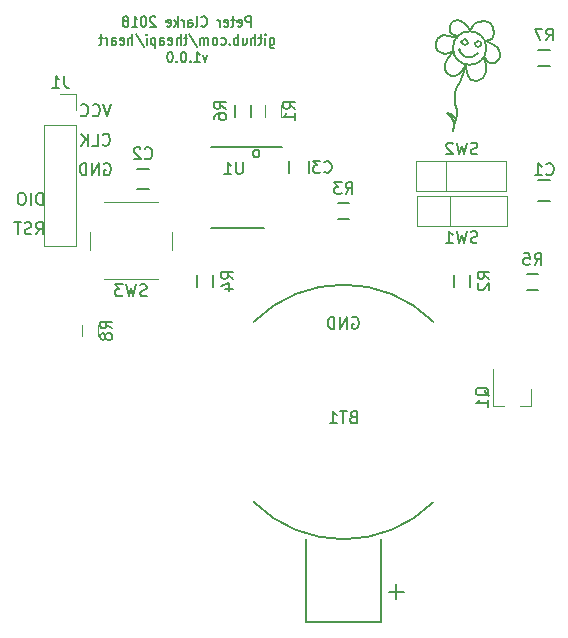
<source format=gbo>
G04 #@! TF.FileFunction,Legend,Bot*
%FSLAX46Y46*%
G04 Gerber Fmt 4.6, Leading zero omitted, Abs format (unit mm)*
G04 Created by KiCad (PCBNEW 4.0.7-e2-6376~58~ubuntu16.04.1) date Sat Mar 24 16:20:03 2018*
%MOMM*%
%LPD*%
G01*
G04 APERTURE LIST*
%ADD10C,0.100000*%
%ADD11C,0.150000*%
%ADD12C,0.120000*%
G04 APERTURE END LIST*
D10*
D11*
X130738095Y-114000000D02*
X130833333Y-113952381D01*
X130976190Y-113952381D01*
X131119048Y-114000000D01*
X131214286Y-114095238D01*
X131261905Y-114190476D01*
X131309524Y-114380952D01*
X131309524Y-114523810D01*
X131261905Y-114714286D01*
X131214286Y-114809524D01*
X131119048Y-114904762D01*
X130976190Y-114952381D01*
X130880952Y-114952381D01*
X130738095Y-114904762D01*
X130690476Y-114857143D01*
X130690476Y-114523810D01*
X130880952Y-114523810D01*
X130261905Y-114952381D02*
X130261905Y-113952381D01*
X129690476Y-114952381D01*
X129690476Y-113952381D01*
X129214286Y-114952381D02*
X129214286Y-113952381D01*
X128976191Y-113952381D01*
X128833333Y-114000000D01*
X128738095Y-114095238D01*
X128690476Y-114190476D01*
X128642857Y-114380952D01*
X128642857Y-114523810D01*
X128690476Y-114714286D01*
X128738095Y-114809524D01*
X128833333Y-114904762D01*
X128976191Y-114952381D01*
X129214286Y-114952381D01*
X122140477Y-89407143D02*
X122140477Y-88507143D01*
X121835715Y-88507143D01*
X121759524Y-88550000D01*
X121721429Y-88592857D01*
X121683334Y-88678571D01*
X121683334Y-88807143D01*
X121721429Y-88892857D01*
X121759524Y-88935714D01*
X121835715Y-88978571D01*
X122140477Y-88978571D01*
X121035715Y-89364286D02*
X121111905Y-89407143D01*
X121264286Y-89407143D01*
X121340477Y-89364286D01*
X121378572Y-89278571D01*
X121378572Y-88935714D01*
X121340477Y-88850000D01*
X121264286Y-88807143D01*
X121111905Y-88807143D01*
X121035715Y-88850000D01*
X120997620Y-88935714D01*
X120997620Y-89021429D01*
X121378572Y-89107143D01*
X120769049Y-88807143D02*
X120464287Y-88807143D01*
X120654763Y-88507143D02*
X120654763Y-89278571D01*
X120616668Y-89364286D01*
X120540477Y-89407143D01*
X120464287Y-89407143D01*
X119892858Y-89364286D02*
X119969048Y-89407143D01*
X120121429Y-89407143D01*
X120197620Y-89364286D01*
X120235715Y-89278571D01*
X120235715Y-88935714D01*
X120197620Y-88850000D01*
X120121429Y-88807143D01*
X119969048Y-88807143D01*
X119892858Y-88850000D01*
X119854763Y-88935714D01*
X119854763Y-89021429D01*
X120235715Y-89107143D01*
X119511906Y-89407143D02*
X119511906Y-88807143D01*
X119511906Y-88978571D02*
X119473811Y-88892857D01*
X119435715Y-88850000D01*
X119359525Y-88807143D01*
X119283334Y-88807143D01*
X117950001Y-89321429D02*
X117988096Y-89364286D01*
X118102382Y-89407143D01*
X118178572Y-89407143D01*
X118292858Y-89364286D01*
X118369049Y-89278571D01*
X118407144Y-89192857D01*
X118445239Y-89021429D01*
X118445239Y-88892857D01*
X118407144Y-88721429D01*
X118369049Y-88635714D01*
X118292858Y-88550000D01*
X118178572Y-88507143D01*
X118102382Y-88507143D01*
X117988096Y-88550000D01*
X117950001Y-88592857D01*
X117492858Y-89407143D02*
X117569049Y-89364286D01*
X117607144Y-89278571D01*
X117607144Y-88507143D01*
X116845239Y-89407143D02*
X116845239Y-88935714D01*
X116883334Y-88850000D01*
X116959524Y-88807143D01*
X117111905Y-88807143D01*
X117188096Y-88850000D01*
X116845239Y-89364286D02*
X116921429Y-89407143D01*
X117111905Y-89407143D01*
X117188096Y-89364286D01*
X117226191Y-89278571D01*
X117226191Y-89192857D01*
X117188096Y-89107143D01*
X117111905Y-89064286D01*
X116921429Y-89064286D01*
X116845239Y-89021429D01*
X116464286Y-89407143D02*
X116464286Y-88807143D01*
X116464286Y-88978571D02*
X116426191Y-88892857D01*
X116388095Y-88850000D01*
X116311905Y-88807143D01*
X116235714Y-88807143D01*
X115969048Y-89407143D02*
X115969048Y-88507143D01*
X115892857Y-89064286D02*
X115664286Y-89407143D01*
X115664286Y-88807143D02*
X115969048Y-89150000D01*
X115016667Y-89364286D02*
X115092857Y-89407143D01*
X115245238Y-89407143D01*
X115321429Y-89364286D01*
X115359524Y-89278571D01*
X115359524Y-88935714D01*
X115321429Y-88850000D01*
X115245238Y-88807143D01*
X115092857Y-88807143D01*
X115016667Y-88850000D01*
X114978572Y-88935714D01*
X114978572Y-89021429D01*
X115359524Y-89107143D01*
X114064286Y-88592857D02*
X114026191Y-88550000D01*
X113950000Y-88507143D01*
X113759524Y-88507143D01*
X113683334Y-88550000D01*
X113645238Y-88592857D01*
X113607143Y-88678571D01*
X113607143Y-88764286D01*
X113645238Y-88892857D01*
X114102381Y-89407143D01*
X113607143Y-89407143D01*
X113111905Y-88507143D02*
X113035714Y-88507143D01*
X112959524Y-88550000D01*
X112921429Y-88592857D01*
X112883333Y-88678571D01*
X112845238Y-88850000D01*
X112845238Y-89064286D01*
X112883333Y-89235714D01*
X112921429Y-89321429D01*
X112959524Y-89364286D01*
X113035714Y-89407143D01*
X113111905Y-89407143D01*
X113188095Y-89364286D01*
X113226191Y-89321429D01*
X113264286Y-89235714D01*
X113302381Y-89064286D01*
X113302381Y-88850000D01*
X113264286Y-88678571D01*
X113226191Y-88592857D01*
X113188095Y-88550000D01*
X113111905Y-88507143D01*
X112083333Y-89407143D02*
X112540476Y-89407143D01*
X112311905Y-89407143D02*
X112311905Y-88507143D01*
X112388095Y-88635714D01*
X112464286Y-88721429D01*
X112540476Y-88764286D01*
X111626190Y-88892857D02*
X111702381Y-88850000D01*
X111740476Y-88807143D01*
X111778571Y-88721429D01*
X111778571Y-88678571D01*
X111740476Y-88592857D01*
X111702381Y-88550000D01*
X111626190Y-88507143D01*
X111473809Y-88507143D01*
X111397619Y-88550000D01*
X111359523Y-88592857D01*
X111321428Y-88678571D01*
X111321428Y-88721429D01*
X111359523Y-88807143D01*
X111397619Y-88850000D01*
X111473809Y-88892857D01*
X111626190Y-88892857D01*
X111702381Y-88935714D01*
X111740476Y-88978571D01*
X111778571Y-89064286D01*
X111778571Y-89235714D01*
X111740476Y-89321429D01*
X111702381Y-89364286D01*
X111626190Y-89407143D01*
X111473809Y-89407143D01*
X111397619Y-89364286D01*
X111359523Y-89321429D01*
X111321428Y-89235714D01*
X111321428Y-89064286D01*
X111359523Y-88978571D01*
X111397619Y-88935714D01*
X111473809Y-88892857D01*
X123740478Y-90307143D02*
X123740478Y-91035714D01*
X123778573Y-91121429D01*
X123816668Y-91164286D01*
X123892859Y-91207143D01*
X124007144Y-91207143D01*
X124083335Y-91164286D01*
X123740478Y-90864286D02*
X123816668Y-90907143D01*
X123969049Y-90907143D01*
X124045240Y-90864286D01*
X124083335Y-90821429D01*
X124121430Y-90735714D01*
X124121430Y-90478571D01*
X124083335Y-90392857D01*
X124045240Y-90350000D01*
X123969049Y-90307143D01*
X123816668Y-90307143D01*
X123740478Y-90350000D01*
X123359525Y-90907143D02*
X123359525Y-90307143D01*
X123359525Y-90007143D02*
X123397620Y-90050000D01*
X123359525Y-90092857D01*
X123321430Y-90050000D01*
X123359525Y-90007143D01*
X123359525Y-90092857D01*
X123092859Y-90307143D02*
X122788097Y-90307143D01*
X122978573Y-90007143D02*
X122978573Y-90778571D01*
X122940478Y-90864286D01*
X122864287Y-90907143D01*
X122788097Y-90907143D01*
X122521430Y-90907143D02*
X122521430Y-90007143D01*
X122178573Y-90907143D02*
X122178573Y-90435714D01*
X122216668Y-90350000D01*
X122292858Y-90307143D01*
X122407144Y-90307143D01*
X122483335Y-90350000D01*
X122521430Y-90392857D01*
X121454763Y-90307143D02*
X121454763Y-90907143D01*
X121797620Y-90307143D02*
X121797620Y-90778571D01*
X121759525Y-90864286D01*
X121683334Y-90907143D01*
X121569048Y-90907143D01*
X121492858Y-90864286D01*
X121454763Y-90821429D01*
X121073810Y-90907143D02*
X121073810Y-90007143D01*
X121073810Y-90350000D02*
X120997619Y-90307143D01*
X120845238Y-90307143D01*
X120769048Y-90350000D01*
X120730953Y-90392857D01*
X120692857Y-90478571D01*
X120692857Y-90735714D01*
X120730953Y-90821429D01*
X120769048Y-90864286D01*
X120845238Y-90907143D01*
X120997619Y-90907143D01*
X121073810Y-90864286D01*
X120350000Y-90821429D02*
X120311905Y-90864286D01*
X120350000Y-90907143D01*
X120388095Y-90864286D01*
X120350000Y-90821429D01*
X120350000Y-90907143D01*
X119626191Y-90864286D02*
X119702381Y-90907143D01*
X119854762Y-90907143D01*
X119930953Y-90864286D01*
X119969048Y-90821429D01*
X120007143Y-90735714D01*
X120007143Y-90478571D01*
X119969048Y-90392857D01*
X119930953Y-90350000D01*
X119854762Y-90307143D01*
X119702381Y-90307143D01*
X119626191Y-90350000D01*
X119169048Y-90907143D02*
X119245239Y-90864286D01*
X119283334Y-90821429D01*
X119321429Y-90735714D01*
X119321429Y-90478571D01*
X119283334Y-90392857D01*
X119245239Y-90350000D01*
X119169048Y-90307143D01*
X119054762Y-90307143D01*
X118978572Y-90350000D01*
X118940477Y-90392857D01*
X118902381Y-90478571D01*
X118902381Y-90735714D01*
X118940477Y-90821429D01*
X118978572Y-90864286D01*
X119054762Y-90907143D01*
X119169048Y-90907143D01*
X118559524Y-90907143D02*
X118559524Y-90307143D01*
X118559524Y-90392857D02*
X118521429Y-90350000D01*
X118445238Y-90307143D01*
X118330952Y-90307143D01*
X118254762Y-90350000D01*
X118216667Y-90435714D01*
X118216667Y-90907143D01*
X118216667Y-90435714D02*
X118178571Y-90350000D01*
X118102381Y-90307143D01*
X117988095Y-90307143D01*
X117911905Y-90350000D01*
X117873810Y-90435714D01*
X117873810Y-90907143D01*
X116921428Y-89964286D02*
X117607143Y-91121429D01*
X116769048Y-90307143D02*
X116464286Y-90307143D01*
X116654762Y-90007143D02*
X116654762Y-90778571D01*
X116616667Y-90864286D01*
X116540476Y-90907143D01*
X116464286Y-90907143D01*
X116197619Y-90907143D02*
X116197619Y-90007143D01*
X115854762Y-90907143D02*
X115854762Y-90435714D01*
X115892857Y-90350000D01*
X115969047Y-90307143D01*
X116083333Y-90307143D01*
X116159524Y-90350000D01*
X116197619Y-90392857D01*
X115169047Y-90864286D02*
X115245237Y-90907143D01*
X115397618Y-90907143D01*
X115473809Y-90864286D01*
X115511904Y-90778571D01*
X115511904Y-90435714D01*
X115473809Y-90350000D01*
X115397618Y-90307143D01*
X115245237Y-90307143D01*
X115169047Y-90350000D01*
X115130952Y-90435714D01*
X115130952Y-90521429D01*
X115511904Y-90607143D01*
X114445238Y-90907143D02*
X114445238Y-90435714D01*
X114483333Y-90350000D01*
X114559523Y-90307143D01*
X114711904Y-90307143D01*
X114788095Y-90350000D01*
X114445238Y-90864286D02*
X114521428Y-90907143D01*
X114711904Y-90907143D01*
X114788095Y-90864286D01*
X114826190Y-90778571D01*
X114826190Y-90692857D01*
X114788095Y-90607143D01*
X114711904Y-90564286D01*
X114521428Y-90564286D01*
X114445238Y-90521429D01*
X114064285Y-90307143D02*
X114064285Y-91207143D01*
X114064285Y-90350000D02*
X113988094Y-90307143D01*
X113835713Y-90307143D01*
X113759523Y-90350000D01*
X113721428Y-90392857D01*
X113683332Y-90478571D01*
X113683332Y-90735714D01*
X113721428Y-90821429D01*
X113759523Y-90864286D01*
X113835713Y-90907143D01*
X113988094Y-90907143D01*
X114064285Y-90864286D01*
X113340475Y-90907143D02*
X113340475Y-90307143D01*
X113340475Y-90007143D02*
X113378570Y-90050000D01*
X113340475Y-90092857D01*
X113302380Y-90050000D01*
X113340475Y-90007143D01*
X113340475Y-90092857D01*
X112388094Y-89964286D02*
X113073809Y-91121429D01*
X112121428Y-90907143D02*
X112121428Y-90007143D01*
X111778571Y-90907143D02*
X111778571Y-90435714D01*
X111816666Y-90350000D01*
X111892856Y-90307143D01*
X112007142Y-90307143D01*
X112083333Y-90350000D01*
X112121428Y-90392857D01*
X111092856Y-90864286D02*
X111169046Y-90907143D01*
X111321427Y-90907143D01*
X111397618Y-90864286D01*
X111435713Y-90778571D01*
X111435713Y-90435714D01*
X111397618Y-90350000D01*
X111321427Y-90307143D01*
X111169046Y-90307143D01*
X111092856Y-90350000D01*
X111054761Y-90435714D01*
X111054761Y-90521429D01*
X111435713Y-90607143D01*
X110369047Y-90907143D02*
X110369047Y-90435714D01*
X110407142Y-90350000D01*
X110483332Y-90307143D01*
X110635713Y-90307143D01*
X110711904Y-90350000D01*
X110369047Y-90864286D02*
X110445237Y-90907143D01*
X110635713Y-90907143D01*
X110711904Y-90864286D01*
X110749999Y-90778571D01*
X110749999Y-90692857D01*
X110711904Y-90607143D01*
X110635713Y-90564286D01*
X110445237Y-90564286D01*
X110369047Y-90521429D01*
X109988094Y-90907143D02*
X109988094Y-90307143D01*
X109988094Y-90478571D02*
X109949999Y-90392857D01*
X109911903Y-90350000D01*
X109835713Y-90307143D01*
X109759522Y-90307143D01*
X109607142Y-90307143D02*
X109302380Y-90307143D01*
X109492856Y-90007143D02*
X109492856Y-90778571D01*
X109454761Y-90864286D01*
X109378570Y-90907143D01*
X109302380Y-90907143D01*
X118464285Y-91807143D02*
X118273809Y-92407143D01*
X118083333Y-91807143D01*
X117359523Y-92407143D02*
X117816666Y-92407143D01*
X117588095Y-92407143D02*
X117588095Y-91507143D01*
X117664285Y-91635714D01*
X117740476Y-91721429D01*
X117816666Y-91764286D01*
X117016666Y-92321429D02*
X116978571Y-92364286D01*
X117016666Y-92407143D01*
X117054761Y-92364286D01*
X117016666Y-92321429D01*
X117016666Y-92407143D01*
X116483333Y-91507143D02*
X116407142Y-91507143D01*
X116330952Y-91550000D01*
X116292857Y-91592857D01*
X116254761Y-91678571D01*
X116216666Y-91850000D01*
X116216666Y-92064286D01*
X116254761Y-92235714D01*
X116292857Y-92321429D01*
X116330952Y-92364286D01*
X116407142Y-92407143D01*
X116483333Y-92407143D01*
X116559523Y-92364286D01*
X116597619Y-92321429D01*
X116635714Y-92235714D01*
X116673809Y-92064286D01*
X116673809Y-91850000D01*
X116635714Y-91678571D01*
X116597619Y-91592857D01*
X116559523Y-91550000D01*
X116483333Y-91507143D01*
X115873809Y-92321429D02*
X115835714Y-92364286D01*
X115873809Y-92407143D01*
X115911904Y-92364286D01*
X115873809Y-92321429D01*
X115873809Y-92407143D01*
X115340476Y-91507143D02*
X115264285Y-91507143D01*
X115188095Y-91550000D01*
X115150000Y-91592857D01*
X115111904Y-91678571D01*
X115073809Y-91850000D01*
X115073809Y-92064286D01*
X115111904Y-92235714D01*
X115150000Y-92321429D01*
X115188095Y-92364286D01*
X115264285Y-92407143D01*
X115340476Y-92407143D01*
X115416666Y-92364286D01*
X115454762Y-92321429D01*
X115492857Y-92235714D01*
X115530952Y-92064286D01*
X115530952Y-91850000D01*
X115492857Y-91678571D01*
X115454762Y-91592857D01*
X115416666Y-91550000D01*
X115340476Y-91507143D01*
X122671429Y-100452381D02*
X122766667Y-100404762D01*
X122814286Y-100357143D01*
X122861905Y-100261905D01*
X122861905Y-99976190D01*
X122814286Y-99880952D01*
X122766667Y-99833333D01*
X122671429Y-99785714D01*
X122528571Y-99785714D01*
X122433333Y-99833333D01*
X122385714Y-99880952D01*
X122338095Y-99976190D01*
X122338095Y-100261905D01*
X122385714Y-100357143D01*
X122433333Y-100404762D01*
X122528571Y-100452381D01*
X122671429Y-100452381D01*
X103940476Y-106952381D02*
X104273810Y-106476190D01*
X104511905Y-106952381D02*
X104511905Y-105952381D01*
X104130952Y-105952381D01*
X104035714Y-106000000D01*
X103988095Y-106047619D01*
X103940476Y-106142857D01*
X103940476Y-106285714D01*
X103988095Y-106380952D01*
X104035714Y-106428571D01*
X104130952Y-106476190D01*
X104511905Y-106476190D01*
X103559524Y-106904762D02*
X103416667Y-106952381D01*
X103178571Y-106952381D01*
X103083333Y-106904762D01*
X103035714Y-106857143D01*
X102988095Y-106761905D01*
X102988095Y-106666667D01*
X103035714Y-106571429D01*
X103083333Y-106523810D01*
X103178571Y-106476190D01*
X103369048Y-106428571D01*
X103464286Y-106380952D01*
X103511905Y-106333333D01*
X103559524Y-106238095D01*
X103559524Y-106142857D01*
X103511905Y-106047619D01*
X103464286Y-106000000D01*
X103369048Y-105952381D01*
X103130952Y-105952381D01*
X102988095Y-106000000D01*
X102702381Y-105952381D02*
X102130952Y-105952381D01*
X102416667Y-106952381D02*
X102416667Y-105952381D01*
X104511905Y-104452381D02*
X104511905Y-103452381D01*
X104273810Y-103452381D01*
X104130952Y-103500000D01*
X104035714Y-103595238D01*
X103988095Y-103690476D01*
X103940476Y-103880952D01*
X103940476Y-104023810D01*
X103988095Y-104214286D01*
X104035714Y-104309524D01*
X104130952Y-104404762D01*
X104273810Y-104452381D01*
X104511905Y-104452381D01*
X103511905Y-104452381D02*
X103511905Y-103452381D01*
X102845239Y-103452381D02*
X102654762Y-103452381D01*
X102559524Y-103500000D01*
X102464286Y-103595238D01*
X102416667Y-103785714D01*
X102416667Y-104119048D01*
X102464286Y-104309524D01*
X102559524Y-104404762D01*
X102654762Y-104452381D01*
X102845239Y-104452381D01*
X102940477Y-104404762D01*
X103035715Y-104309524D01*
X103083334Y-104119048D01*
X103083334Y-103785714D01*
X103035715Y-103595238D01*
X102940477Y-103500000D01*
X102845239Y-103452381D01*
X109738095Y-101000000D02*
X109833333Y-100952381D01*
X109976190Y-100952381D01*
X110119048Y-101000000D01*
X110214286Y-101095238D01*
X110261905Y-101190476D01*
X110309524Y-101380952D01*
X110309524Y-101523810D01*
X110261905Y-101714286D01*
X110214286Y-101809524D01*
X110119048Y-101904762D01*
X109976190Y-101952381D01*
X109880952Y-101952381D01*
X109738095Y-101904762D01*
X109690476Y-101857143D01*
X109690476Y-101523810D01*
X109880952Y-101523810D01*
X109261905Y-101952381D02*
X109261905Y-100952381D01*
X108690476Y-101952381D01*
X108690476Y-100952381D01*
X108214286Y-101952381D02*
X108214286Y-100952381D01*
X107976191Y-100952381D01*
X107833333Y-101000000D01*
X107738095Y-101095238D01*
X107690476Y-101190476D01*
X107642857Y-101380952D01*
X107642857Y-101523810D01*
X107690476Y-101714286D01*
X107738095Y-101809524D01*
X107833333Y-101904762D01*
X107976191Y-101952381D01*
X108214286Y-101952381D01*
X109595238Y-99357143D02*
X109642857Y-99404762D01*
X109785714Y-99452381D01*
X109880952Y-99452381D01*
X110023810Y-99404762D01*
X110119048Y-99309524D01*
X110166667Y-99214286D01*
X110214286Y-99023810D01*
X110214286Y-98880952D01*
X110166667Y-98690476D01*
X110119048Y-98595238D01*
X110023810Y-98500000D01*
X109880952Y-98452381D01*
X109785714Y-98452381D01*
X109642857Y-98500000D01*
X109595238Y-98547619D01*
X108690476Y-99452381D02*
X109166667Y-99452381D01*
X109166667Y-98452381D01*
X108357143Y-99452381D02*
X108357143Y-98452381D01*
X107785714Y-99452381D02*
X108214286Y-98880952D01*
X107785714Y-98452381D02*
X108357143Y-99023810D01*
X110333333Y-95952381D02*
X110000000Y-96952381D01*
X109666666Y-95952381D01*
X108761904Y-96857143D02*
X108809523Y-96904762D01*
X108952380Y-96952381D01*
X109047618Y-96952381D01*
X109190476Y-96904762D01*
X109285714Y-96809524D01*
X109333333Y-96714286D01*
X109380952Y-96523810D01*
X109380952Y-96380952D01*
X109333333Y-96190476D01*
X109285714Y-96095238D01*
X109190476Y-96000000D01*
X109047618Y-95952381D01*
X108952380Y-95952381D01*
X108809523Y-96000000D01*
X108761904Y-96047619D01*
X107761904Y-96857143D02*
X107809523Y-96904762D01*
X107952380Y-96952381D01*
X108047618Y-96952381D01*
X108190476Y-96904762D01*
X108285714Y-96809524D01*
X108333333Y-96714286D01*
X108380952Y-96523810D01*
X108380952Y-96380952D01*
X108333333Y-96190476D01*
X108285714Y-96095238D01*
X108190476Y-96000000D01*
X108047618Y-95952381D01*
X107952380Y-95952381D01*
X107809523Y-96000000D01*
X107761904Y-96047619D01*
X147500000Y-104100000D02*
X146500000Y-104100000D01*
X146500000Y-102400000D02*
X147500000Y-102400000D01*
X112500000Y-101400000D02*
X113500000Y-101400000D01*
X113500000Y-103100000D02*
X112500000Y-103100000D01*
X125400000Y-101750000D02*
X125400000Y-100750000D01*
X127100000Y-100750000D02*
X127100000Y-101750000D01*
X139325000Y-110400000D02*
X139325000Y-111400000D01*
X140675000Y-111400000D02*
X140675000Y-110400000D01*
X129500000Y-105675000D02*
X130500000Y-105675000D01*
X130500000Y-104325000D02*
X129500000Y-104325000D01*
X117625000Y-110400000D02*
X117625000Y-111400000D01*
X118975000Y-111400000D02*
X118975000Y-110400000D01*
X145500000Y-111675000D02*
X146500000Y-111675000D01*
X146500000Y-110325000D02*
X145500000Y-110325000D01*
X122175000Y-97000000D02*
X122175000Y-96000000D01*
X120825000Y-96000000D02*
X120825000Y-97000000D01*
X146500000Y-92675000D02*
X147500000Y-92675000D01*
X147500000Y-91325000D02*
X146500000Y-91325000D01*
X123225000Y-106450000D02*
X118775000Y-106450000D01*
X124750000Y-99550000D02*
X118775000Y-99550000D01*
X137620000Y-129620000D02*
G75*
G02X122380000Y-129620000I-7620000J7620000D01*
G01*
X122380000Y-114380000D02*
G75*
G02X137620000Y-114380000I7620000J-7620000D01*
G01*
X133810000Y-137240000D02*
X135080000Y-137240000D01*
X134445000Y-136605000D02*
X134445000Y-137875000D01*
X126825000Y-139145000D02*
X126825000Y-139780000D01*
X126825000Y-139780000D02*
X133175000Y-139780000D01*
X133175000Y-139780000D02*
X133175000Y-139145000D01*
X126825000Y-137875000D02*
X126825000Y-139145000D01*
X133175000Y-139145000D02*
X133175000Y-132795000D01*
X126825000Y-132795000D02*
X126825000Y-137875000D01*
D12*
X107820000Y-114600000D02*
X107820000Y-115600000D01*
X109180000Y-115600000D02*
X109180000Y-114600000D01*
X136190000Y-103730000D02*
X136190000Y-106270000D01*
X136190000Y-106270000D02*
X143810000Y-106270000D01*
X143810000Y-106270000D02*
X143810000Y-103730000D01*
X143810000Y-103730000D02*
X136190000Y-103730000D01*
X139000000Y-106250000D02*
X139000000Y-103710000D01*
X136150000Y-100730000D02*
X136150000Y-103270000D01*
X136150000Y-103270000D02*
X143770000Y-103270000D01*
X143770000Y-103270000D02*
X143770000Y-100730000D01*
X143770000Y-100730000D02*
X136150000Y-100730000D01*
X138690000Y-103270000D02*
X138690000Y-100730000D01*
X109750000Y-104250000D02*
X114250000Y-104250000D01*
X108500000Y-108250000D02*
X108500000Y-106750000D01*
X114250000Y-110750000D02*
X109750000Y-110750000D01*
X115500000Y-106750000D02*
X115500000Y-108250000D01*
X145830000Y-121510000D02*
X144900000Y-121510000D01*
X142670000Y-121510000D02*
X143600000Y-121510000D01*
X142670000Y-121510000D02*
X142670000Y-118350000D01*
X145830000Y-121510000D02*
X145830000Y-120050000D01*
D11*
X139380000Y-97530000D02*
X139240000Y-97260000D01*
X139240000Y-97260000D02*
X139120000Y-97070000D01*
X139120000Y-97070000D02*
X138950000Y-96880000D01*
X138950000Y-96880000D02*
X138770000Y-96710000D01*
X138770000Y-96710000D02*
X139090000Y-96750000D01*
X139090000Y-96750000D02*
X139210000Y-96880000D01*
X139210000Y-96880000D02*
X139410000Y-97120000D01*
X140300000Y-92990000D02*
X139850000Y-94050000D01*
X139850000Y-94050000D02*
X139570000Y-94500000D01*
X139570000Y-94500000D02*
X139410000Y-94950000D01*
X139410000Y-94950000D02*
X139410000Y-95390000D01*
X139410000Y-95390000D02*
X139410000Y-95900000D01*
X139410000Y-95900000D02*
X139570000Y-96460000D01*
X139570000Y-96460000D02*
X139570000Y-96850000D01*
X139570000Y-96850000D02*
X139350000Y-97800000D01*
X139350000Y-97800000D02*
X139240000Y-98240000D01*
X139240000Y-98240000D02*
X139290000Y-98240000D01*
X140290000Y-90460000D02*
X140440000Y-90580000D01*
X140440000Y-90580000D02*
X140530000Y-90770000D01*
X140530000Y-90770000D02*
X140430000Y-90870000D01*
X140430000Y-90870000D02*
X140270000Y-90930000D01*
X140270000Y-90930000D02*
X140090000Y-90890000D01*
X140090000Y-90890000D02*
X139970000Y-90720000D01*
X139970000Y-90720000D02*
X140000000Y-90600000D01*
X140000000Y-90600000D02*
X140090000Y-90490000D01*
X140090000Y-90490000D02*
X140270000Y-90450000D01*
X141510000Y-90580000D02*
X141630000Y-90800000D01*
X141630000Y-90800000D02*
X141650000Y-90950000D01*
X141650000Y-90950000D02*
X141550000Y-91040000D01*
X141550000Y-91040000D02*
X141400000Y-91120000D01*
X141400000Y-91120000D02*
X141250000Y-91020000D01*
X141250000Y-91020000D02*
X141130000Y-90870000D01*
X141130000Y-90870000D02*
X141110000Y-90770000D01*
X141110000Y-90770000D02*
X141220000Y-90690000D01*
X141220000Y-90690000D02*
X141480000Y-90630000D01*
X141360000Y-91620000D02*
X141020000Y-91890000D01*
X141020000Y-91890000D02*
X140870000Y-91960000D01*
X140870000Y-91960000D02*
X140680000Y-91960000D01*
X140680000Y-91960000D02*
X140530000Y-91960000D01*
X140530000Y-91960000D02*
X140370000Y-91960000D01*
X140370000Y-91960000D02*
X140220000Y-91890000D01*
X140220000Y-91890000D02*
X139990000Y-91700000D01*
X139990000Y-91700000D02*
X139880000Y-91500000D01*
X139880000Y-91500000D02*
X139760000Y-91280000D01*
X139760000Y-91280000D02*
X139840000Y-91350000D01*
X139230000Y-91540000D02*
X138810000Y-92040000D01*
X138810000Y-92040000D02*
X138580000Y-92570000D01*
X138580000Y-92570000D02*
X138580000Y-93030000D01*
X138580000Y-93030000D02*
X138770000Y-93300000D01*
X138770000Y-93300000D02*
X139120000Y-93560000D01*
X139120000Y-93560000D02*
X139460000Y-93560000D01*
X139460000Y-93560000D02*
X139760000Y-93410000D01*
X139760000Y-93410000D02*
X139950000Y-93220000D01*
X139950000Y-93220000D02*
X140180000Y-92840000D01*
X140180000Y-92840000D02*
X140340000Y-92610000D01*
X139570000Y-90320000D02*
X138930000Y-90130000D01*
X138930000Y-90130000D02*
X138430000Y-90100000D01*
X138430000Y-90100000D02*
X137900000Y-90440000D01*
X137900000Y-90440000D02*
X137820000Y-90860000D01*
X137820000Y-90860000D02*
X137820000Y-91160000D01*
X137820000Y-91160000D02*
X137970000Y-91470000D01*
X137970000Y-91470000D02*
X138320000Y-91580000D01*
X138320000Y-91580000D02*
X138620000Y-91660000D01*
X138620000Y-91660000D02*
X138960000Y-91620000D01*
X138960000Y-91620000D02*
X139190000Y-91540000D01*
X139190000Y-91540000D02*
X139350000Y-91470000D01*
X141900000Y-92040000D02*
X142050000Y-92610000D01*
X142050000Y-92610000D02*
X142090000Y-93180000D01*
X142090000Y-93180000D02*
X141820000Y-93710000D01*
X141820000Y-93710000D02*
X141330000Y-94020000D01*
X141330000Y-94020000D02*
X140750000Y-93910000D01*
X140750000Y-93910000D02*
X140530000Y-93560000D01*
X140530000Y-93560000D02*
X140410000Y-93220000D01*
X140410000Y-93220000D02*
X140340000Y-92880000D01*
X140340000Y-92880000D02*
X140340000Y-92610000D01*
X142050000Y-90590000D02*
X142580000Y-90820000D01*
X142580000Y-90820000D02*
X143000000Y-91090000D01*
X143000000Y-91090000D02*
X143160000Y-91390000D01*
X143160000Y-91390000D02*
X143230000Y-91660000D01*
X143230000Y-91660000D02*
X143230000Y-91920000D01*
X143230000Y-91920000D02*
X143160000Y-92150000D01*
X143160000Y-92150000D02*
X142810000Y-92460000D01*
X142810000Y-92460000D02*
X142430000Y-92460000D01*
X142430000Y-92460000D02*
X142240000Y-92340000D01*
X142240000Y-92340000D02*
X141970000Y-92040000D01*
X141970000Y-92040000D02*
X141900000Y-92040000D01*
X140680000Y-89790000D02*
X141020000Y-89180000D01*
X141020000Y-89180000D02*
X141360000Y-88990000D01*
X141360000Y-88990000D02*
X141940000Y-88910000D01*
X141940000Y-88910000D02*
X142360000Y-89070000D01*
X142360000Y-89070000D02*
X142660000Y-89370000D01*
X142660000Y-89370000D02*
X142770000Y-89980000D01*
X142770000Y-89980000D02*
X142580000Y-90400000D01*
X142580000Y-90400000D02*
X142320000Y-90550000D01*
X142320000Y-90550000D02*
X142090000Y-90590000D01*
X142090000Y-90590000D02*
X142010000Y-90590000D01*
X142010000Y-90590000D02*
X142010000Y-90630000D01*
X140680000Y-89750000D02*
X140530000Y-89370000D01*
X140530000Y-89370000D02*
X140300000Y-89180000D01*
X140300000Y-89180000D02*
X139950000Y-88880000D01*
X139950000Y-88880000D02*
X139570000Y-88840000D01*
X139570000Y-88840000D02*
X139190000Y-88990000D01*
X139190000Y-88990000D02*
X139040000Y-89290000D01*
X139040000Y-89290000D02*
X139000000Y-89640000D01*
X139000000Y-89640000D02*
X139040000Y-89830000D01*
X139040000Y-89830000D02*
X139190000Y-89980000D01*
X139190000Y-89980000D02*
X139380000Y-90060000D01*
X139380000Y-90060000D02*
X139610000Y-90170000D01*
X142084214Y-91190000D02*
G75*
G03X142084214Y-91190000I-1414214J0D01*
G01*
D12*
X107330000Y-107910000D02*
X104670000Y-107910000D01*
X107330000Y-97690000D02*
X107330000Y-107910000D01*
X104670000Y-97690000D02*
X104670000Y-107910000D01*
X107330000Y-97690000D02*
X104670000Y-97690000D01*
X107330000Y-96420000D02*
X107330000Y-95090000D01*
X107330000Y-95090000D02*
X106000000Y-95090000D01*
X123320000Y-96000000D02*
X123320000Y-97000000D01*
X124680000Y-97000000D02*
X124680000Y-96000000D01*
D11*
X147166666Y-101857143D02*
X147214285Y-101904762D01*
X147357142Y-101952381D01*
X147452380Y-101952381D01*
X147595238Y-101904762D01*
X147690476Y-101809524D01*
X147738095Y-101714286D01*
X147785714Y-101523810D01*
X147785714Y-101380952D01*
X147738095Y-101190476D01*
X147690476Y-101095238D01*
X147595238Y-101000000D01*
X147452380Y-100952381D01*
X147357142Y-100952381D01*
X147214285Y-101000000D01*
X147166666Y-101047619D01*
X146214285Y-101952381D02*
X146785714Y-101952381D01*
X146500000Y-101952381D02*
X146500000Y-100952381D01*
X146595238Y-101095238D01*
X146690476Y-101190476D01*
X146785714Y-101238095D01*
X113166666Y-100507143D02*
X113214285Y-100554762D01*
X113357142Y-100602381D01*
X113452380Y-100602381D01*
X113595238Y-100554762D01*
X113690476Y-100459524D01*
X113738095Y-100364286D01*
X113785714Y-100173810D01*
X113785714Y-100030952D01*
X113738095Y-99840476D01*
X113690476Y-99745238D01*
X113595238Y-99650000D01*
X113452380Y-99602381D01*
X113357142Y-99602381D01*
X113214285Y-99650000D01*
X113166666Y-99697619D01*
X112785714Y-99697619D02*
X112738095Y-99650000D01*
X112642857Y-99602381D01*
X112404761Y-99602381D01*
X112309523Y-99650000D01*
X112261904Y-99697619D01*
X112214285Y-99792857D01*
X112214285Y-99888095D01*
X112261904Y-100030952D01*
X112833333Y-100602381D01*
X112214285Y-100602381D01*
X128366666Y-101657143D02*
X128414285Y-101704762D01*
X128557142Y-101752381D01*
X128652380Y-101752381D01*
X128795238Y-101704762D01*
X128890476Y-101609524D01*
X128938095Y-101514286D01*
X128985714Y-101323810D01*
X128985714Y-101180952D01*
X128938095Y-100990476D01*
X128890476Y-100895238D01*
X128795238Y-100800000D01*
X128652380Y-100752381D01*
X128557142Y-100752381D01*
X128414285Y-100800000D01*
X128366666Y-100847619D01*
X128033333Y-100752381D02*
X127414285Y-100752381D01*
X127747619Y-101133333D01*
X127604761Y-101133333D01*
X127509523Y-101180952D01*
X127461904Y-101228571D01*
X127414285Y-101323810D01*
X127414285Y-101561905D01*
X127461904Y-101657143D01*
X127509523Y-101704762D01*
X127604761Y-101752381D01*
X127890476Y-101752381D01*
X127985714Y-101704762D01*
X128033333Y-101657143D01*
X142352381Y-110733334D02*
X141876190Y-110400000D01*
X142352381Y-110161905D02*
X141352381Y-110161905D01*
X141352381Y-110542858D01*
X141400000Y-110638096D01*
X141447619Y-110685715D01*
X141542857Y-110733334D01*
X141685714Y-110733334D01*
X141780952Y-110685715D01*
X141828571Y-110638096D01*
X141876190Y-110542858D01*
X141876190Y-110161905D01*
X141447619Y-111114286D02*
X141400000Y-111161905D01*
X141352381Y-111257143D01*
X141352381Y-111495239D01*
X141400000Y-111590477D01*
X141447619Y-111638096D01*
X141542857Y-111685715D01*
X141638095Y-111685715D01*
X141780952Y-111638096D01*
X142352381Y-111066667D01*
X142352381Y-111685715D01*
X130166666Y-103552381D02*
X130500000Y-103076190D01*
X130738095Y-103552381D02*
X130738095Y-102552381D01*
X130357142Y-102552381D01*
X130261904Y-102600000D01*
X130214285Y-102647619D01*
X130166666Y-102742857D01*
X130166666Y-102885714D01*
X130214285Y-102980952D01*
X130261904Y-103028571D01*
X130357142Y-103076190D01*
X130738095Y-103076190D01*
X129833333Y-102552381D02*
X129214285Y-102552381D01*
X129547619Y-102933333D01*
X129404761Y-102933333D01*
X129309523Y-102980952D01*
X129261904Y-103028571D01*
X129214285Y-103123810D01*
X129214285Y-103361905D01*
X129261904Y-103457143D01*
X129309523Y-103504762D01*
X129404761Y-103552381D01*
X129690476Y-103552381D01*
X129785714Y-103504762D01*
X129833333Y-103457143D01*
X120652381Y-110733334D02*
X120176190Y-110400000D01*
X120652381Y-110161905D02*
X119652381Y-110161905D01*
X119652381Y-110542858D01*
X119700000Y-110638096D01*
X119747619Y-110685715D01*
X119842857Y-110733334D01*
X119985714Y-110733334D01*
X120080952Y-110685715D01*
X120128571Y-110638096D01*
X120176190Y-110542858D01*
X120176190Y-110161905D01*
X119985714Y-111590477D02*
X120652381Y-111590477D01*
X119604762Y-111352381D02*
X120319048Y-111114286D01*
X120319048Y-111733334D01*
X146166666Y-109552381D02*
X146500000Y-109076190D01*
X146738095Y-109552381D02*
X146738095Y-108552381D01*
X146357142Y-108552381D01*
X146261904Y-108600000D01*
X146214285Y-108647619D01*
X146166666Y-108742857D01*
X146166666Y-108885714D01*
X146214285Y-108980952D01*
X146261904Y-109028571D01*
X146357142Y-109076190D01*
X146738095Y-109076190D01*
X145261904Y-108552381D02*
X145738095Y-108552381D01*
X145785714Y-109028571D01*
X145738095Y-108980952D01*
X145642857Y-108933333D01*
X145404761Y-108933333D01*
X145309523Y-108980952D01*
X145261904Y-109028571D01*
X145214285Y-109123810D01*
X145214285Y-109361905D01*
X145261904Y-109457143D01*
X145309523Y-109504762D01*
X145404761Y-109552381D01*
X145642857Y-109552381D01*
X145738095Y-109504762D01*
X145785714Y-109457143D01*
X120052381Y-96333334D02*
X119576190Y-96000000D01*
X120052381Y-95761905D02*
X119052381Y-95761905D01*
X119052381Y-96142858D01*
X119100000Y-96238096D01*
X119147619Y-96285715D01*
X119242857Y-96333334D01*
X119385714Y-96333334D01*
X119480952Y-96285715D01*
X119528571Y-96238096D01*
X119576190Y-96142858D01*
X119576190Y-95761905D01*
X119052381Y-97190477D02*
X119052381Y-97000000D01*
X119100000Y-96904762D01*
X119147619Y-96857143D01*
X119290476Y-96761905D01*
X119480952Y-96714286D01*
X119861905Y-96714286D01*
X119957143Y-96761905D01*
X120004762Y-96809524D01*
X120052381Y-96904762D01*
X120052381Y-97095239D01*
X120004762Y-97190477D01*
X119957143Y-97238096D01*
X119861905Y-97285715D01*
X119623810Y-97285715D01*
X119528571Y-97238096D01*
X119480952Y-97190477D01*
X119433333Y-97095239D01*
X119433333Y-96904762D01*
X119480952Y-96809524D01*
X119528571Y-96761905D01*
X119623810Y-96714286D01*
X147166666Y-90552381D02*
X147500000Y-90076190D01*
X147738095Y-90552381D02*
X147738095Y-89552381D01*
X147357142Y-89552381D01*
X147261904Y-89600000D01*
X147214285Y-89647619D01*
X147166666Y-89742857D01*
X147166666Y-89885714D01*
X147214285Y-89980952D01*
X147261904Y-90028571D01*
X147357142Y-90076190D01*
X147738095Y-90076190D01*
X146833333Y-89552381D02*
X146166666Y-89552381D01*
X146595238Y-90552381D01*
X121461905Y-100852381D02*
X121461905Y-101661905D01*
X121414286Y-101757143D01*
X121366667Y-101804762D01*
X121271429Y-101852381D01*
X121080952Y-101852381D01*
X120985714Y-101804762D01*
X120938095Y-101757143D01*
X120890476Y-101661905D01*
X120890476Y-100852381D01*
X119890476Y-101852381D02*
X120461905Y-101852381D01*
X120176191Y-101852381D02*
X120176191Y-100852381D01*
X120271429Y-100995238D01*
X120366667Y-101090476D01*
X120461905Y-101138095D01*
X130785714Y-122428571D02*
X130642857Y-122476190D01*
X130595238Y-122523810D01*
X130547619Y-122619048D01*
X130547619Y-122761905D01*
X130595238Y-122857143D01*
X130642857Y-122904762D01*
X130738095Y-122952381D01*
X131119048Y-122952381D01*
X131119048Y-121952381D01*
X130785714Y-121952381D01*
X130690476Y-122000000D01*
X130642857Y-122047619D01*
X130595238Y-122142857D01*
X130595238Y-122238095D01*
X130642857Y-122333333D01*
X130690476Y-122380952D01*
X130785714Y-122428571D01*
X131119048Y-122428571D01*
X130261905Y-121952381D02*
X129690476Y-121952381D01*
X129976191Y-122952381D02*
X129976191Y-121952381D01*
X128833333Y-122952381D02*
X129404762Y-122952381D01*
X129119048Y-122952381D02*
X129119048Y-121952381D01*
X129214286Y-122095238D01*
X129309524Y-122190476D01*
X129404762Y-122238095D01*
X110402381Y-114933334D02*
X109926190Y-114600000D01*
X110402381Y-114361905D02*
X109402381Y-114361905D01*
X109402381Y-114742858D01*
X109450000Y-114838096D01*
X109497619Y-114885715D01*
X109592857Y-114933334D01*
X109735714Y-114933334D01*
X109830952Y-114885715D01*
X109878571Y-114838096D01*
X109926190Y-114742858D01*
X109926190Y-114361905D01*
X109830952Y-115504762D02*
X109783333Y-115409524D01*
X109735714Y-115361905D01*
X109640476Y-115314286D01*
X109592857Y-115314286D01*
X109497619Y-115361905D01*
X109450000Y-115409524D01*
X109402381Y-115504762D01*
X109402381Y-115695239D01*
X109450000Y-115790477D01*
X109497619Y-115838096D01*
X109592857Y-115885715D01*
X109640476Y-115885715D01*
X109735714Y-115838096D01*
X109783333Y-115790477D01*
X109830952Y-115695239D01*
X109830952Y-115504762D01*
X109878571Y-115409524D01*
X109926190Y-115361905D01*
X110021429Y-115314286D01*
X110211905Y-115314286D01*
X110307143Y-115361905D01*
X110354762Y-115409524D01*
X110402381Y-115504762D01*
X110402381Y-115695239D01*
X110354762Y-115790477D01*
X110307143Y-115838096D01*
X110211905Y-115885715D01*
X110021429Y-115885715D01*
X109926190Y-115838096D01*
X109878571Y-115790477D01*
X109830952Y-115695239D01*
X141333333Y-107654762D02*
X141190476Y-107702381D01*
X140952380Y-107702381D01*
X140857142Y-107654762D01*
X140809523Y-107607143D01*
X140761904Y-107511905D01*
X140761904Y-107416667D01*
X140809523Y-107321429D01*
X140857142Y-107273810D01*
X140952380Y-107226190D01*
X141142857Y-107178571D01*
X141238095Y-107130952D01*
X141285714Y-107083333D01*
X141333333Y-106988095D01*
X141333333Y-106892857D01*
X141285714Y-106797619D01*
X141238095Y-106750000D01*
X141142857Y-106702381D01*
X140904761Y-106702381D01*
X140761904Y-106750000D01*
X140428571Y-106702381D02*
X140190476Y-107702381D01*
X139999999Y-106988095D01*
X139809523Y-107702381D01*
X139571428Y-106702381D01*
X138666666Y-107702381D02*
X139238095Y-107702381D01*
X138952381Y-107702381D02*
X138952381Y-106702381D01*
X139047619Y-106845238D01*
X139142857Y-106940476D01*
X139238095Y-106988095D01*
X141333333Y-100154762D02*
X141190476Y-100202381D01*
X140952380Y-100202381D01*
X140857142Y-100154762D01*
X140809523Y-100107143D01*
X140761904Y-100011905D01*
X140761904Y-99916667D01*
X140809523Y-99821429D01*
X140857142Y-99773810D01*
X140952380Y-99726190D01*
X141142857Y-99678571D01*
X141238095Y-99630952D01*
X141285714Y-99583333D01*
X141333333Y-99488095D01*
X141333333Y-99392857D01*
X141285714Y-99297619D01*
X141238095Y-99250000D01*
X141142857Y-99202381D01*
X140904761Y-99202381D01*
X140761904Y-99250000D01*
X140428571Y-99202381D02*
X140190476Y-100202381D01*
X139999999Y-99488095D01*
X139809523Y-100202381D01*
X139571428Y-99202381D01*
X139238095Y-99297619D02*
X139190476Y-99250000D01*
X139095238Y-99202381D01*
X138857142Y-99202381D01*
X138761904Y-99250000D01*
X138714285Y-99297619D01*
X138666666Y-99392857D01*
X138666666Y-99488095D01*
X138714285Y-99630952D01*
X139285714Y-100202381D01*
X138666666Y-100202381D01*
X113333333Y-112154762D02*
X113190476Y-112202381D01*
X112952380Y-112202381D01*
X112857142Y-112154762D01*
X112809523Y-112107143D01*
X112761904Y-112011905D01*
X112761904Y-111916667D01*
X112809523Y-111821429D01*
X112857142Y-111773810D01*
X112952380Y-111726190D01*
X113142857Y-111678571D01*
X113238095Y-111630952D01*
X113285714Y-111583333D01*
X113333333Y-111488095D01*
X113333333Y-111392857D01*
X113285714Y-111297619D01*
X113238095Y-111250000D01*
X113142857Y-111202381D01*
X112904761Y-111202381D01*
X112761904Y-111250000D01*
X112428571Y-111202381D02*
X112190476Y-112202381D01*
X111999999Y-111488095D01*
X111809523Y-112202381D01*
X111571428Y-111202381D01*
X111285714Y-111202381D02*
X110666666Y-111202381D01*
X111000000Y-111583333D01*
X110857142Y-111583333D01*
X110761904Y-111630952D01*
X110714285Y-111678571D01*
X110666666Y-111773810D01*
X110666666Y-112011905D01*
X110714285Y-112107143D01*
X110761904Y-112154762D01*
X110857142Y-112202381D01*
X111142857Y-112202381D01*
X111238095Y-112154762D01*
X111285714Y-112107143D01*
X142297619Y-120654762D02*
X142250000Y-120559524D01*
X142154762Y-120464286D01*
X142011905Y-120321429D01*
X141964286Y-120226190D01*
X141964286Y-120130952D01*
X142202381Y-120178571D02*
X142154762Y-120083333D01*
X142059524Y-119988095D01*
X141869048Y-119940476D01*
X141535714Y-119940476D01*
X141345238Y-119988095D01*
X141250000Y-120083333D01*
X141202381Y-120178571D01*
X141202381Y-120369048D01*
X141250000Y-120464286D01*
X141345238Y-120559524D01*
X141535714Y-120607143D01*
X141869048Y-120607143D01*
X142059524Y-120559524D01*
X142154762Y-120464286D01*
X142202381Y-120369048D01*
X142202381Y-120178571D01*
X142202381Y-121559524D02*
X142202381Y-120988095D01*
X142202381Y-121273809D02*
X141202381Y-121273809D01*
X141345238Y-121178571D01*
X141440476Y-121083333D01*
X141488095Y-120988095D01*
X106333333Y-93542381D02*
X106333333Y-94256667D01*
X106380953Y-94399524D01*
X106476191Y-94494762D01*
X106619048Y-94542381D01*
X106714286Y-94542381D01*
X105333333Y-94542381D02*
X105904762Y-94542381D01*
X105619048Y-94542381D02*
X105619048Y-93542381D01*
X105714286Y-93685238D01*
X105809524Y-93780476D01*
X105904762Y-93828095D01*
X125902381Y-96333334D02*
X125426190Y-96000000D01*
X125902381Y-95761905D02*
X124902381Y-95761905D01*
X124902381Y-96142858D01*
X124950000Y-96238096D01*
X124997619Y-96285715D01*
X125092857Y-96333334D01*
X125235714Y-96333334D01*
X125330952Y-96285715D01*
X125378571Y-96238096D01*
X125426190Y-96142858D01*
X125426190Y-95761905D01*
X125902381Y-97285715D02*
X125902381Y-96714286D01*
X125902381Y-97000000D02*
X124902381Y-97000000D01*
X125045238Y-96904762D01*
X125140476Y-96809524D01*
X125188095Y-96714286D01*
M02*

</source>
